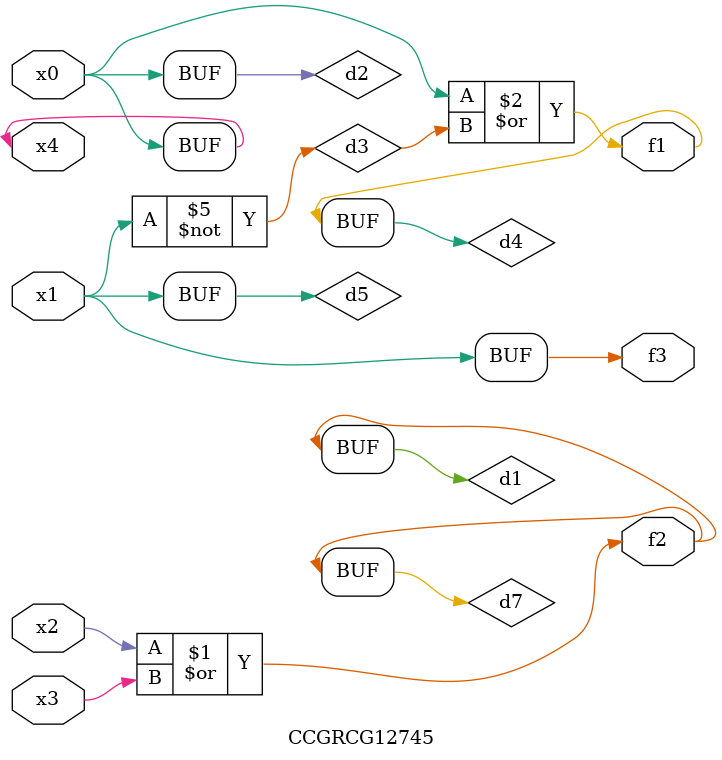
<source format=v>
module CCGRCG12745(
	input x0, x1, x2, x3, x4,
	output f1, f2, f3
);

	wire d1, d2, d3, d4, d5, d6, d7;

	or (d1, x2, x3);
	buf (d2, x0, x4);
	not (d3, x1);
	or (d4, d2, d3);
	not (d5, d3);
	nand (d6, d1, d3);
	or (d7, d1);
	assign f1 = d4;
	assign f2 = d7;
	assign f3 = d5;
endmodule

</source>
